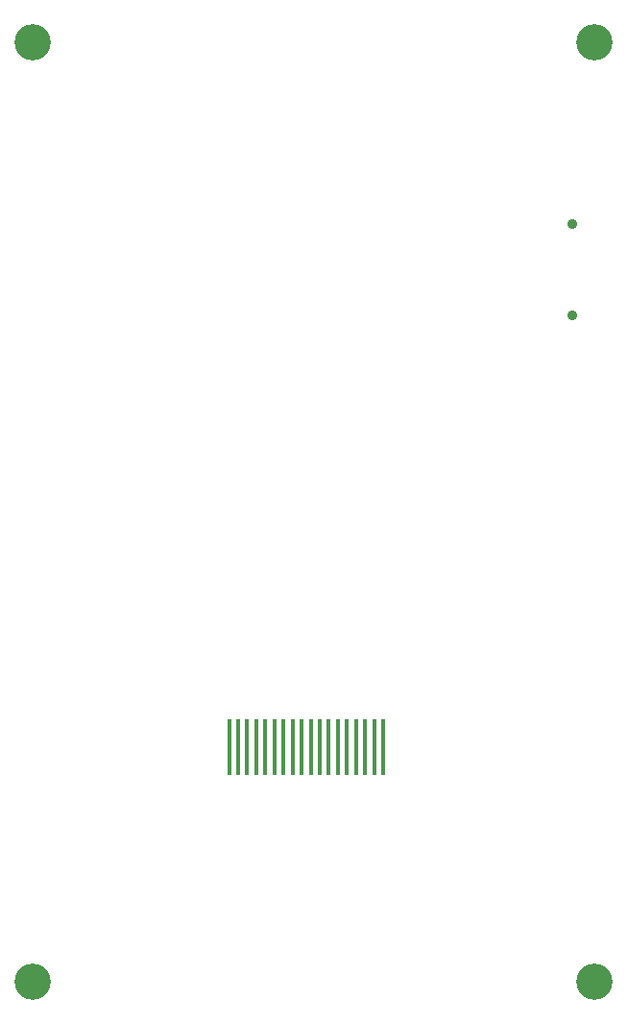
<source format=gbs>
G75*
%MOIN*%
%OFA0B0*%
%FSLAX25Y25*%
%IPPOS*%
%LPD*%
%AMOC8*
5,1,8,0,0,1.08239X$1,22.5*
%
%ADD10C,0.12598*%
%ADD11C,0.03543*%
%ADD12R,0.01772X0.19685*%
D10*
X0016171Y0011000D03*
X0211171Y0011000D03*
X0211171Y0336500D03*
X0016171Y0336500D03*
D11*
X0203510Y0273508D03*
X0203510Y0242012D03*
D12*
X0137742Y0092169D03*
X0134593Y0092169D03*
X0131443Y0092169D03*
X0128293Y0092169D03*
X0125144Y0092169D03*
X0121994Y0092169D03*
X0118845Y0092169D03*
X0115695Y0092169D03*
X0112545Y0092169D03*
X0109396Y0092169D03*
X0106246Y0092169D03*
X0103097Y0092169D03*
X0099947Y0092169D03*
X0096797Y0092169D03*
X0093648Y0092169D03*
X0090498Y0092169D03*
X0087349Y0092169D03*
X0084199Y0092169D03*
M02*

</source>
